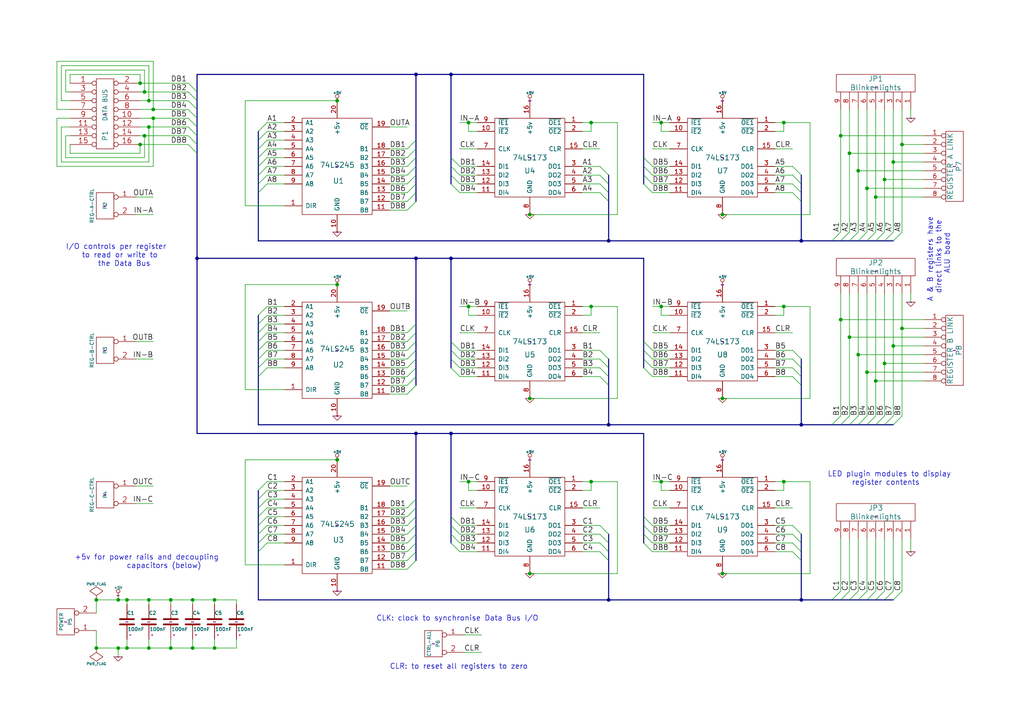
<source format=kicad_sch>
(kicad_sch (version 20211123) (generator eeschema)
  (paper "A4")
  (title_block (title "Hol-1 8-bit CPU - Registers A, B & C board") (date "18 jan 2020") (company "www.benningtons.net"))
  (junction (at 176.53 69.85))
  (junction (at 120.65 74.93))
  (junction (at 259.08 100.33))
  (junction (at 261.62 95.25))
  (junction (at 130.81 125.73))
  (junction (at 44.45 34.29))
  (junction (at 55.88 173.99))
  (junction (at 153.67 115.57))
  (junction (at 43.18 173.99))
  (junction (at 191.77 88.9))
  (junction (at 246.38 44.45))
  (junction (at 246.38 97.79))
  (junction (at 49.53 173.99))
  (junction (at 135.89 35.56))
  (junction (at 243.84 92.71))
  (junction (at 259.08 46.99))
  (junction (at 57.15 74.93))
  (junction (at 248.92 102.87))
  (junction (at 248.92 49.53))
  (junction (at 254 57.15))
  (junction (at 97.79 133.35))
  (junction (at 171.45 139.7))
  (junction (at 34.29 187.96))
  (junction (at 36.83 173.99))
  (junction (at 40.64 24.13))
  (junction (at 27.94 173.99))
  (junction (at 41.91 26.67))
  (junction (at 135.89 139.7))
  (junction (at 153.67 166.37))
  (junction (at 256.54 52.07))
  (junction (at 191.77 35.56))
  (junction (at 49.53 187.96))
  (junction (at 130.81 21.59))
  (junction (at 176.53 173.99))
  (junction (at 256.54 105.41))
  (junction (at 44.45 31.75))
  (junction (at 62.23 187.96))
  (junction (at 130.81 74.93))
  (junction (at 251.46 54.61))
  (junction (at 135.89 88.9))
  (junction (at 62.23 173.99))
  (junction (at 97.79 29.21))
  (junction (at 232.41 123.19))
  (junction (at 261.62 41.91))
  (junction (at 153.67 62.23))
  (junction (at 27.94 187.96))
  (junction (at 40.64 41.91))
  (junction (at 41.91 39.37))
  (junction (at 34.29 173.99))
  (junction (at 232.41 69.85))
  (junction (at 43.18 187.96))
  (junction (at 97.79 82.55))
  (junction (at 120.65 125.73))
  (junction (at 171.45 88.9))
  (junction (at 243.84 39.37))
  (junction (at 55.88 187.96))
  (junction (at 227.33 139.7))
  (junction (at 251.46 107.95))
  (junction (at 209.55 115.57))
  (junction (at 171.45 35.56))
  (junction (at 176.53 123.19))
  (junction (at 120.65 21.59))
  (junction (at 232.41 173.99))
  (junction (at 227.33 88.9))
  (junction (at 254 110.49))
  (junction (at 227.33 35.56))
  (junction (at 43.18 29.21))
  (junction (at 191.77 139.7))
  (junction (at 209.55 62.23))
  (junction (at 209.55 166.37))
  (junction (at 36.83 187.96))
  (junction (at 43.18 36.83))
  (bus_entry (at 74.93 147.32) (size 2.54 -2.54))
  (bus_entry (at 74.93 43.18) (size 2.54 -2.54))
  (bus_entry (at 259.08 69.85) (size 2.54 -2.54))
  (bus_entry (at 118.11 114.3) (size 2.54 -2.54))
  (bus_entry (at 186.69 101.6) (size 2.54 2.54))
  (bus_entry (at 74.93 55.88) (size 2.54 -2.54))
  (bus_entry (at 186.69 106.68) (size 2.54 2.54))
  (bus_entry (at 118.11 50.8) (size 2.54 -2.54))
  (bus_entry (at 229.87 154.94) (size 2.54 2.54))
  (bus_entry (at 173.99 53.34) (size 2.54 2.54))
  (bus_entry (at 186.69 99.06) (size 2.54 2.54))
  (bus_entry (at 186.69 104.14) (size 2.54 2.54))
  (bus_entry (at 118.11 55.88) (size 2.54 -2.54))
  (bus_entry (at 130.81 154.94) (size 2.54 2.54))
  (bus_entry (at 173.99 106.68) (size 2.54 2.54))
  (bus_entry (at 229.87 101.6) (size 2.54 2.54))
  (bus_entry (at 74.93 96.52) (size 2.54 -2.54))
  (bus_entry (at 229.87 50.8) (size 2.54 2.54))
  (bus_entry (at 186.69 45.72) (size 2.54 2.54))
  (bus_entry (at 118.11 96.52) (size 2.54 -2.54))
  (bus_entry (at 130.81 53.34) (size 2.54 2.54))
  (bus_entry (at 118.11 45.72) (size 2.54 -2.54))
  (bus_entry (at 118.11 149.86) (size 2.54 -2.54))
  (bus_entry (at 118.11 106.68) (size 2.54 -2.54))
  (bus_entry (at 118.11 48.26) (size 2.54 -2.54))
  (bus_entry (at 173.99 152.4) (size 2.54 2.54))
  (bus_entry (at 118.11 154.94) (size 2.54 -2.54))
  (bus_entry (at 74.93 104.14) (size 2.54 -2.54))
  (bus_entry (at 130.81 48.26) (size 2.54 2.54))
  (bus_entry (at 241.3 123.19) (size 2.54 -2.54))
  (bus_entry (at 229.87 53.34) (size 2.54 2.54))
  (bus_entry (at 186.69 157.48) (size 2.54 2.54))
  (bus_entry (at 241.3 69.85) (size 2.54 -2.54))
  (bus_entry (at 246.38 123.19) (size 2.54 -2.54))
  (bus_entry (at 251.46 173.99) (size 2.54 -2.54))
  (bus_entry (at 254 123.19) (size 2.54 -2.54))
  (bus_entry (at 186.69 149.86) (size 2.54 2.54))
  (bus_entry (at 130.81 149.86) (size 2.54 2.54))
  (bus_entry (at 259.08 123.19) (size 2.54 -2.54))
  (bus_entry (at 118.11 111.76) (size 2.54 -2.54))
  (bus_entry (at 74.93 48.26) (size 2.54 -2.54))
  (bus_entry (at 118.11 162.56) (size 2.54 -2.54))
  (bus_entry (at 118.11 147.32) (size 2.54 -2.54))
  (bus_entry (at 229.87 106.68) (size 2.54 2.54))
  (bus_entry (at 54.61 24.13) (size 2.54 2.54))
  (bus_entry (at 130.81 104.14) (size 2.54 2.54))
  (bus_entry (at 118.11 43.18) (size 2.54 -2.54))
  (bus_entry (at 229.87 48.26) (size 2.54 2.54))
  (bus_entry (at 256.54 123.19) (size 2.54 -2.54))
  (bus_entry (at 118.11 109.22) (size 2.54 -2.54))
  (bus_entry (at 251.46 69.85) (size 2.54 -2.54))
  (bus_entry (at 256.54 69.85) (size 2.54 -2.54))
  (bus_entry (at 173.99 101.6) (size 2.54 2.54))
  (bus_entry (at 74.93 40.64) (size 2.54 -2.54))
  (bus_entry (at 186.69 152.4) (size 2.54 2.54))
  (bus_entry (at 173.99 160.02) (size 2.54 2.54))
  (bus_entry (at 186.69 53.34) (size 2.54 2.54))
  (bus_entry (at 74.93 38.1) (size 2.54 -2.54))
  (bus_entry (at 241.3 173.99) (size 2.54 -2.54))
  (bus_entry (at 186.69 50.8) (size 2.54 2.54))
  (bus_entry (at 248.92 123.19) (size 2.54 -2.54))
  (bus_entry (at 118.11 53.34) (size 2.54 -2.54))
  (bus_entry (at 118.11 160.02) (size 2.54 -2.54))
  (bus_entry (at 54.61 36.83) (size 2.54 2.54))
  (bus_entry (at 186.69 154.94) (size 2.54 2.54))
  (bus_entry (at 130.81 50.8) (size 2.54 2.54))
  (bus_entry (at 229.87 104.14) (size 2.54 2.54))
  (bus_entry (at 259.08 173.99) (size 2.54 -2.54))
  (bus_entry (at 74.93 99.06) (size 2.54 -2.54))
  (bus_entry (at 130.81 99.06) (size 2.54 2.54))
  (bus_entry (at 256.54 173.99) (size 2.54 -2.54))
  (bus_entry (at 74.93 53.34) (size 2.54 -2.54))
  (bus_entry (at 229.87 55.88) (size 2.54 2.54))
  (bus_entry (at 118.11 101.6) (size 2.54 -2.54))
  (bus_entry (at 173.99 157.48) (size 2.54 2.54))
  (bus_entry (at 229.87 109.22) (size 2.54 2.54))
  (bus_entry (at 74.93 142.24) (size 2.54 -2.54))
  (bus_entry (at 173.99 55.88) (size 2.54 2.54))
  (bus_entry (at 130.81 101.6) (size 2.54 2.54))
  (bus_entry (at 248.92 69.85) (size 2.54 -2.54))
  (bus_entry (at 74.93 109.22) (size 2.54 -2.54))
  (bus_entry (at 186.69 48.26) (size 2.54 2.54))
  (bus_entry (at 243.84 173.99) (size 2.54 -2.54))
  (bus_entry (at 54.61 39.37) (size 2.54 2.54))
  (bus_entry (at 254 173.99) (size 2.54 -2.54))
  (bus_entry (at 74.93 50.8) (size 2.54 -2.54))
  (bus_entry (at 229.87 160.02) (size 2.54 2.54))
  (bus_entry (at 229.87 157.48) (size 2.54 2.54))
  (bus_entry (at 74.93 152.4) (size 2.54 -2.54))
  (bus_entry (at 173.99 50.8) (size 2.54 2.54))
  (bus_entry (at 130.81 106.68) (size 2.54 2.54))
  (bus_entry (at 54.61 34.29) (size 2.54 2.54))
  (bus_entry (at 118.11 165.1) (size 2.54 -2.54))
  (bus_entry (at 173.99 109.22) (size 2.54 2.54))
  (bus_entry (at 54.61 31.75) (size 2.54 2.54))
  (bus_entry (at 74.93 45.72) (size 2.54 -2.54))
  (bus_entry (at 246.38 173.99) (size 2.54 -2.54))
  (bus_entry (at 130.81 157.48) (size 2.54 2.54))
  (bus_entry (at 251.46 123.19) (size 2.54 -2.54))
  (bus_entry (at 74.93 93.98) (size 2.54 -2.54))
  (bus_entry (at 54.61 29.21) (size 2.54 2.54))
  (bus_entry (at 118.11 157.48) (size 2.54 -2.54))
  (bus_entry (at 74.93 160.02) (size 2.54 -2.54))
  (bus_entry (at 74.93 91.44) (size 2.54 -2.54))
  (bus_entry (at 243.84 69.85) (size 2.54 -2.54))
  (bus_entry (at 118.11 104.14) (size 2.54 -2.54))
  (bus_entry (at 118.11 60.96) (size 2.54 -2.54))
  (bus_entry (at 74.93 106.68) (size 2.54 -2.54))
  (bus_entry (at 118.11 152.4) (size 2.54 -2.54))
  (bus_entry (at 173.99 48.26) (size 2.54 2.54))
  (bus_entry (at 54.61 41.91) (size 2.54 2.54))
  (bus_entry (at 246.38 69.85) (size 2.54 -2.54))
  (bus_entry (at 173.99 154.94) (size 2.54 2.54))
  (bus_entry (at 74.93 154.94) (size 2.54 -2.54))
  (bus_entry (at 74.93 101.6) (size 2.54 -2.54))
  (bus_entry (at 173.99 104.14) (size 2.54 2.54))
  (bus_entry (at 74.93 149.86) (size 2.54 -2.54))
  (bus_entry (at 54.61 26.67) (size 2.54 2.54))
  (bus_entry (at 118.11 99.06) (size 2.54 -2.54))
  (bus_entry (at 130.81 45.72) (size 2.54 2.54))
  (bus_entry (at 243.84 123.19) (size 2.54 -2.54))
  (bus_entry (at 248.92 173.99) (size 2.54 -2.54))
  (bus_entry (at 74.93 144.78) (size 2.54 -2.54))
  (bus_entry (at 130.81 152.4) (size 2.54 2.54))
  (bus_entry (at 74.93 157.48) (size 2.54 -2.54))
  (bus_entry (at 118.11 58.42) (size 2.54 -2.54))
  (bus_entry (at 254 69.85) (size 2.54 -2.54))
  (bus_entry (at 229.87 152.4) (size 2.54 2.54))
  (wire (pts (xy 134.62 184.15) (xy 139.7 184.15)))
  (wire (pts (xy 194.31 147.32) (xy 189.23 147.32)))
  (bus (pts (xy 74.93 109.22) (xy 74.93 123.19)))
  (bus (pts (xy 74.93 69.85) (xy 176.53 69.85)))
  (wire (pts (xy 224.79 101.6) (xy 229.87 101.6)))
  (bus (pts (xy 232.41 162.56) (xy 232.41 173.99)))
  (wire (pts (xy 71.12 133.35) (xy 97.79 133.35)))
  (bus (pts (xy 120.65 149.86) (xy 120.65 152.4)))
  (wire (pts (xy 179.07 35.56) (xy 179.07 62.23)))
  (bus (pts (xy 241.3 69.85) (xy 243.84 69.85)))
  (wire (pts (xy 44.45 34.29) (xy 54.61 34.29)))
  (wire (pts (xy 138.43 147.32) (xy 133.35 147.32)))
  (wire (pts (xy 267.97 97.79) (xy 246.38 97.79)))
  (wire (pts (xy 43.18 173.99) (xy 49.53 173.99)))
  (wire (pts (xy 17.78 36.83) (xy 17.78 46.99)))
  (wire (pts (xy 224.79 88.9) (xy 227.33 88.9)))
  (wire (pts (xy 191.77 88.9) (xy 194.31 88.9)))
  (wire (pts (xy 71.12 113.03) (xy 71.12 82.55)))
  (wire (pts (xy 168.91 154.94) (xy 173.99 154.94)))
  (wire (pts (xy 34.29 187.96) (xy 34.29 190.5)))
  (wire (pts (xy 82.55 50.8) (xy 77.47 50.8)))
  (wire (pts (xy 82.55 104.14) (xy 77.47 104.14)))
  (bus (pts (xy 232.41 173.99) (xy 241.3 173.99)))
  (wire (pts (xy 259.08 100.33) (xy 259.08 120.65)))
  (bus (pts (xy 120.65 74.93) (xy 130.81 74.93)))
  (bus (pts (xy 74.93 147.32) (xy 74.93 149.86)))
  (bus (pts (xy 120.65 96.52) (xy 120.65 99.06)))
  (wire (pts (xy 39.37 62.23) (xy 44.45 62.23)))
  (wire (pts (xy 259.08 31.75) (xy 259.08 46.99)))
  (wire (pts (xy 20.32 29.21) (xy 17.78 29.21)))
  (wire (pts (xy 259.08 156.21) (xy 259.08 171.45)))
  (bus (pts (xy 243.84 123.19) (xy 246.38 123.19)))
  (wire (pts (xy 17.78 19.05) (xy 43.18 19.05)))
  (bus (pts (xy 186.69 74.93) (xy 186.69 99.06)))
  (bus (pts (xy 120.65 154.94) (xy 120.65 157.48)))
  (bus (pts (xy 120.65 43.18) (xy 120.65 45.72)))
  (wire (pts (xy 179.07 88.9) (xy 179.07 115.57)))
  (wire (pts (xy 251.46 54.61) (xy 251.46 67.31)))
  (bus (pts (xy 254 123.19) (xy 256.54 123.19)))
  (wire (pts (xy 267.97 49.53) (xy 248.92 49.53)))
  (wire (pts (xy 113.03 106.68) (xy 118.11 106.68)))
  (wire (pts (xy 224.79 38.1) (xy 227.33 38.1)))
  (bus (pts (xy 232.41 123.19) (xy 241.3 123.19)))
  (wire (pts (xy 82.55 106.68) (xy 77.47 106.68)))
  (wire (pts (xy 267.97 102.87) (xy 248.92 102.87)))
  (bus (pts (xy 120.65 53.34) (xy 120.65 55.88)))
  (wire (pts (xy 16.51 17.78) (xy 44.45 17.78)))
  (bus (pts (xy 57.15 74.93) (xy 57.15 125.73)))
  (wire (pts (xy 254 110.49) (xy 254 120.65)))
  (bus (pts (xy 120.65 125.73) (xy 120.65 144.78)))
  (wire (pts (xy 194.31 101.6) (xy 189.23 101.6)))
  (wire (pts (xy 113.03 152.4) (xy 118.11 152.4)))
  (wire (pts (xy 113.03 104.14) (xy 118.11 104.14)))
  (bus (pts (xy 74.93 91.44) (xy 74.93 93.98)))
  (bus (pts (xy 232.41 154.94) (xy 232.41 157.48)))
  (wire (pts (xy 138.43 160.02) (xy 133.35 160.02)))
  (bus (pts (xy 232.41 157.48) (xy 232.41 160.02)))
  (bus (pts (xy 176.53 50.8) (xy 176.53 53.34)))
  (wire (pts (xy 227.33 91.44) (xy 227.33 88.9)))
  (wire (pts (xy 194.31 152.4) (xy 189.23 152.4)))
  (bus (pts (xy 232.41 160.02) (xy 232.41 162.56)))
  (bus (pts (xy 251.46 173.99) (xy 254 173.99)))
  (wire (pts (xy 267.97 95.25) (xy 261.62 95.25)))
  (wire (pts (xy 138.43 96.52) (xy 133.35 96.52)))
  (bus (pts (xy 246.38 173.99) (xy 248.92 173.99)))
  (wire (pts (xy 227.33 88.9) (xy 234.95 88.9)))
  (wire (pts (xy 191.77 91.44) (xy 191.77 88.9)))
  (wire (pts (xy 82.55 93.98) (xy 77.47 93.98)))
  (wire (pts (xy 113.03 53.34) (xy 118.11 53.34)))
  (wire (pts (xy 82.55 154.94) (xy 77.47 154.94)))
  (wire (pts (xy 168.91 139.7) (xy 171.45 139.7)))
  (wire (pts (xy 224.79 104.14) (xy 229.87 104.14)))
  (bus (pts (xy 186.69 101.6) (xy 186.69 104.14)))
  (wire (pts (xy 224.79 152.4) (xy 229.87 152.4)))
  (wire (pts (xy 267.97 46.99) (xy 259.08 46.99)))
  (wire (pts (xy 39.37 104.14) (xy 44.45 104.14)))
  (wire (pts (xy 43.18 187.96) (xy 43.18 185.42)))
  (bus (pts (xy 186.69 152.4) (xy 186.69 154.94)))
  (wire (pts (xy 113.03 101.6) (xy 118.11 101.6)))
  (bus (pts (xy 176.53 55.88) (xy 176.53 58.42)))
  (wire (pts (xy 40.64 34.29) (xy 44.45 34.29)))
  (wire (pts (xy 194.31 106.68) (xy 189.23 106.68)))
  (bus (pts (xy 74.93 93.98) (xy 74.93 96.52)))
  (bus (pts (xy 176.53 160.02) (xy 176.53 162.56)))
  (wire (pts (xy 191.77 35.56) (xy 194.31 35.56)))
  (wire (pts (xy 256.54 85.09) (xy 256.54 105.41)))
  (wire (pts (xy 20.32 26.67) (xy 19.05 26.67)))
  (wire (pts (xy 82.55 91.44) (xy 77.47 91.44)))
  (bus (pts (xy 130.81 154.94) (xy 130.81 157.48)))
  (bus (pts (xy 74.93 40.64) (xy 74.93 43.18)))
  (bus (pts (xy 120.65 48.26) (xy 120.65 50.8)))
  (bus (pts (xy 57.15 21.59) (xy 120.65 21.59)))
  (wire (pts (xy 71.12 82.55) (xy 97.79 82.55)))
  (bus (pts (xy 176.53 162.56) (xy 176.53 173.99)))
  (wire (pts (xy 189.23 139.7) (xy 191.77 139.7)))
  (wire (pts (xy 62.23 187.96) (xy 68.58 187.96)))
  (wire (pts (xy 246.38 156.21) (xy 246.38 171.45)))
  (bus (pts (xy 232.41 58.42) (xy 232.41 69.85)))
  (bus (pts (xy 74.93 43.18) (xy 74.93 45.72)))
  (bus (pts (xy 120.65 160.02) (xy 120.65 162.56)))
  (wire (pts (xy 168.91 50.8) (xy 173.99 50.8)))
  (wire (pts (xy 82.55 99.06) (xy 77.47 99.06)))
  (wire (pts (xy 82.55 45.72) (xy 77.47 45.72)))
  (wire (pts (xy 133.35 139.7) (xy 135.89 139.7)))
  (wire (pts (xy 168.91 160.02) (xy 173.99 160.02)))
  (wire (pts (xy 224.79 91.44) (xy 227.33 91.44)))
  (wire (pts (xy 55.88 187.96) (xy 62.23 187.96)))
  (wire (pts (xy 40.64 24.13) (xy 54.61 24.13)))
  (wire (pts (xy 261.62 85.09) (xy 261.62 95.25)))
  (wire (pts (xy 43.18 175.26) (xy 43.18 173.99)))
  (bus (pts (xy 243.84 173.99) (xy 246.38 173.99)))
  (wire (pts (xy 40.64 29.21) (xy 43.18 29.21)))
  (wire (pts (xy 224.79 55.88) (xy 229.87 55.88)))
  (bus (pts (xy 186.69 48.26) (xy 186.69 50.8)))
  (wire (pts (xy 179.07 166.37) (xy 153.67 166.37)))
  (wire (pts (xy 82.55 144.78) (xy 77.47 144.78)))
  (bus (pts (xy 186.69 125.73) (xy 186.69 149.86)))
  (wire (pts (xy 27.94 173.99) (xy 34.29 173.99)))
  (bus (pts (xy 186.69 21.59) (xy 186.69 45.72)))
  (wire (pts (xy 168.91 55.88) (xy 173.99 55.88)))
  (wire (pts (xy 138.43 53.34) (xy 133.35 53.34)))
  (bus (pts (xy 120.65 144.78) (xy 120.65 147.32)))
  (bus (pts (xy 130.81 101.6) (xy 130.81 104.14)))
  (wire (pts (xy 138.43 157.48) (xy 133.35 157.48)))
  (wire (pts (xy 134.62 189.23) (xy 139.7 189.23)))
  (bus (pts (xy 120.65 109.22) (xy 120.65 111.76)))
  (wire (pts (xy 224.79 109.22) (xy 229.87 109.22)))
  (wire (pts (xy 113.03 58.42) (xy 118.11 58.42)))
  (wire (pts (xy 44.45 48.26) (xy 44.45 34.29)))
  (wire (pts (xy 82.55 53.34) (xy 77.47 53.34)))
  (wire (pts (xy 113.03 140.97) (xy 118.11 140.97)))
  (wire (pts (xy 43.18 187.96) (xy 49.53 187.96)))
  (bus (pts (xy 74.93 48.26) (xy 74.93 50.8)))
  (bus (pts (xy 120.65 104.14) (xy 120.65 106.68)))
  (wire (pts (xy 55.88 187.96) (xy 55.88 185.42)))
  (wire (pts (xy 194.31 38.1) (xy 191.77 38.1)))
  (wire (pts (xy 44.45 17.78) (xy 44.45 31.75)))
  (bus (pts (xy 74.93 45.72) (xy 74.93 48.26)))
  (wire (pts (xy 246.38 97.79) (xy 246.38 120.65)))
  (wire (pts (xy 168.91 43.18) (xy 173.99 43.18)))
  (bus (pts (xy 74.93 142.24) (xy 74.93 144.78)))
  (wire (pts (xy 135.89 139.7) (xy 138.43 139.7)))
  (wire (pts (xy 113.03 96.52) (xy 118.11 96.52)))
  (wire (pts (xy 133.35 35.56) (xy 135.89 35.56)))
  (wire (pts (xy 17.78 46.99) (xy 43.18 46.99)))
  (bus (pts (xy 74.93 50.8) (xy 74.93 53.34)))
  (wire (pts (xy 49.53 173.99) (xy 55.88 173.99)))
  (wire (pts (xy 113.03 36.83) (xy 118.11 36.83)))
  (wire (pts (xy 49.53 187.96) (xy 49.53 185.42)))
  (wire (pts (xy 40.64 44.45) (xy 40.64 41.91)))
  (wire (pts (xy 264.16 156.21) (xy 264.16 160.02)))
  (wire (pts (xy 227.33 142.24) (xy 227.33 139.7)))
  (wire (pts (xy 251.46 156.21) (xy 251.46 171.45)))
  (wire (pts (xy 168.91 38.1) (xy 171.45 38.1)))
  (bus (pts (xy 232.41 69.85) (xy 241.3 69.85)))
  (wire (pts (xy 267.97 39.37) (xy 243.84 39.37)))
  (wire (pts (xy 243.84 39.37) (xy 243.84 67.31)))
  (wire (pts (xy 27.94 177.8) (xy 27.94 173.99)))
  (bus (pts (xy 130.81 45.72) (xy 130.81 48.26)))
  (bus (pts (xy 57.15 26.67) (xy 57.15 29.21)))
  (wire (pts (xy 264.16 31.75) (xy 264.16 34.29)))
  (wire (pts (xy 261.62 156.21) (xy 261.62 171.45)))
  (wire (pts (xy 43.18 29.21) (xy 54.61 29.21)))
  (bus (pts (xy 120.65 101.6) (xy 120.65 104.14)))
  (wire (pts (xy 39.37 57.15) (xy 44.45 57.15)))
  (wire (pts (xy 138.43 48.26) (xy 133.35 48.26)))
  (bus (pts (xy 74.93 154.94) (xy 74.93 157.48)))
  (wire (pts (xy 113.03 157.48) (xy 118.11 157.48)))
  (wire (pts (xy 43.18 46.99) (xy 43.18 36.83)))
  (wire (pts (xy 40.64 31.75) (xy 44.45 31.75)))
  (bus (pts (xy 176.53 109.22) (xy 176.53 111.76)))
  (bus (pts (xy 120.65 147.32) (xy 120.65 149.86)))
  (wire (pts (xy 113.03 154.94) (xy 118.11 154.94)))
  (wire (pts (xy 243.84 31.75) (xy 243.84 39.37)))
  (bus (pts (xy 243.84 69.85) (xy 246.38 69.85)))
  (wire (pts (xy 135.89 91.44) (xy 135.89 88.9)))
  (wire (pts (xy 224.79 48.26) (xy 229.87 48.26)))
  (bus (pts (xy 57.15 29.21) (xy 57.15 31.75)))
  (wire (pts (xy 138.43 43.18) (xy 133.35 43.18)))
  (bus (pts (xy 248.92 123.19) (xy 251.46 123.19)))
  (wire (pts (xy 138.43 50.8) (xy 133.35 50.8)))
  (wire (pts (xy 234.95 88.9) (xy 234.95 115.57)))
  (wire (pts (xy 138.43 104.14) (xy 133.35 104.14)))
  (wire (pts (xy 39.37 140.97) (xy 44.45 140.97)))
  (wire (pts (xy 267.97 100.33) (xy 259.08 100.33)))
  (bus (pts (xy 120.65 106.68) (xy 120.65 109.22)))
  (wire (pts (xy 234.95 62.23) (xy 209.55 62.23)))
  (wire (pts (xy 248.92 156.21) (xy 248.92 171.45)))
  (wire (pts (xy 259.08 46.99) (xy 259.08 67.31)))
  (wire (pts (xy 267.97 41.91) (xy 261.62 41.91)))
  (wire (pts (xy 224.79 96.52) (xy 229.87 96.52)))
  (bus (pts (xy 130.81 149.86) (xy 130.81 152.4)))
  (bus (pts (xy 176.53 154.94) (xy 176.53 157.48)))
  (wire (pts (xy 194.31 154.94) (xy 189.23 154.94)))
  (bus (pts (xy 74.93 99.06) (xy 74.93 101.6)))
  (wire (pts (xy 113.03 162.56) (xy 118.11 162.56)))
  (wire (pts (xy 82.55 149.86) (xy 77.47 149.86)))
  (wire (pts (xy 168.91 142.24) (xy 171.45 142.24)))
  (wire (pts (xy 40.64 41.91) (xy 54.61 41.91)))
  (bus (pts (xy 74.93 38.1) (xy 74.93 40.64)))
  (wire (pts (xy 168.91 106.68) (xy 173.99 106.68)))
  (wire (pts (xy 113.03 90.17) (xy 118.11 90.17)))
  (wire (pts (xy 168.91 96.52) (xy 173.99 96.52)))
  (bus (pts (xy 251.46 123.19) (xy 254 123.19)))
  (wire (pts (xy 17.78 29.21) (xy 17.78 19.05)))
  (wire (pts (xy 234.95 166.37) (xy 209.55 166.37)))
  (wire (pts (xy 62.23 173.99) (xy 68.58 173.99)))
  (wire (pts (xy 34.29 172.72) (xy 34.29 173.99)))
  (wire (pts (xy 36.83 175.26) (xy 36.83 173.99)))
  (wire (pts (xy 20.32 36.83) (xy 17.78 36.83)))
  (bus (pts (xy 256.54 173.99) (xy 259.08 173.99)))
  (wire (pts (xy 224.79 43.18) (xy 229.87 43.18)))
  (wire (pts (xy 194.31 160.02) (xy 189.23 160.02)))
  (bus (pts (xy 176.53 106.68) (xy 176.53 109.22)))
  (bus (pts (xy 232.41 53.34) (xy 232.41 55.88)))
  (wire (pts (xy 40.64 26.67) (xy 41.91 26.67)))
  (bus (pts (xy 232.41 109.22) (xy 232.41 111.76)))
  (bus (pts (xy 120.65 21.59) (xy 130.81 21.59)))
  (wire (pts (xy 251.46 85.09) (xy 251.46 107.95)))
  (wire (pts (xy 267.97 52.07) (xy 256.54 52.07)))
  (bus (pts (xy 130.81 125.73) (xy 130.81 149.86)))
  (bus (pts (xy 120.65 21.59) (xy 120.65 40.64)))
  (wire (pts (xy 82.55 139.7) (xy 77.47 139.7)))
  (bus (pts (xy 186.69 45.72) (xy 186.69 48.26)))
  (bus (pts (xy 57.15 41.91) (xy 57.15 44.45)))
  (bus (pts (xy 232.41 50.8) (xy 232.41 53.34)))
  (wire (pts (xy 224.79 157.48) (xy 229.87 157.48)))
  (wire (pts (xy 71.12 163.83) (xy 71.12 133.35)))
  (wire (pts (xy 82.55 59.69) (xy 71.12 59.69)))
  (wire (pts (xy 138.43 142.24) (xy 135.89 142.24)))
  (bus (pts (xy 120.65 55.88) (xy 120.65 58.42)))
  (wire (pts (xy 113.03 111.76) (xy 118.11 111.76)))
  (wire (pts (xy 82.55 38.1) (xy 77.47 38.1)))
  (wire (pts (xy 19.05 26.67) (xy 19.05 20.32)))
  (wire (pts (xy 36.83 187.96) (xy 43.18 187.96)))
  (wire (pts (xy 251.46 31.75) (xy 251.46 54.61)))
  (wire (pts (xy 168.91 109.22) (xy 173.99 109.22)))
  (bus (pts (xy 248.92 173.99) (xy 251.46 173.99)))
  (wire (pts (xy 194.31 109.22) (xy 189.23 109.22)))
  (wire (pts (xy 256.54 105.41) (xy 256.54 120.65)))
  (wire (pts (xy 135.89 88.9) (xy 138.43 88.9)))
  (wire (pts (xy 168.91 91.44) (xy 171.45 91.44)))
  (wire (pts (xy 138.43 109.22) (xy 133.35 109.22)))
  (wire (pts (xy 20.32 31.75) (xy 16.51 31.75)))
  (wire (pts (xy 16.51 31.75) (xy 16.51 17.78)))
  (bus (pts (xy 176.53 173.99) (xy 232.41 173.99)))
  (wire (pts (xy 256.54 52.07) (xy 256.54 67.31)))
  (wire (pts (xy 179.07 139.7) (xy 179.07 166.37)))
  (wire (pts (xy 113.03 114.3) (xy 118.11 114.3)))
  (wire (pts (xy 227.33 38.1) (xy 227.33 35.56)))
  (bus (pts (xy 176.53 58.42) (xy 176.53 69.85)))
  (wire (pts (xy 267.97 110.49) (xy 254 110.49)))
  (wire (pts (xy 189.23 88.9) (xy 191.77 88.9)))
  (wire (pts (xy 71.12 59.69) (xy 71.12 29.21)))
  (wire (pts (xy 224.79 106.68) (xy 229.87 106.68)))
  (bus (pts (xy 130.81 99.06) (xy 130.81 101.6)))
  (bus (pts (xy 74.93 106.68) (xy 74.93 109.22)))
  (bus (pts (xy 254 69.85) (xy 256.54 69.85)))
  (bus (pts (xy 120.65 74.93) (xy 120.65 93.98)))
  (wire (pts (xy 20.32 44.45) (xy 40.64 44.45)))
  (bus (pts (xy 74.93 144.78) (xy 74.93 147.32)))
  (wire (pts (xy 39.37 99.06) (xy 44.45 99.06)))
  (wire (pts (xy 254 156.21) (xy 254 171.45)))
  (wire (pts (xy 43.18 19.05) (xy 43.18 29.21)))
  (bus (pts (xy 120.65 45.72) (xy 120.65 48.26)))
  (bus (pts (xy 74.93 152.4) (xy 74.93 154.94)))
  (bus (pts (xy 186.69 104.14) (xy 186.69 106.68)))
  (wire (pts (xy 267.97 105.41) (xy 256.54 105.41)))
  (wire (pts (xy 113.03 149.86) (xy 118.11 149.86)))
  (wire (pts (xy 246.38 85.09) (xy 246.38 97.79)))
  (bus (pts (xy 241.3 173.99) (xy 243.84 173.99)))
  (wire (pts (xy 41.91 20.32) (xy 41.91 26.67)))
  (bus (pts (xy 130.81 50.8) (xy 130.81 53.34)))
  (wire (pts (xy 20.32 41.91) (xy 20.32 44.45)))
  (wire (pts (xy 135.89 38.1) (xy 135.89 35.56)))
  (bus (pts (xy 57.15 125.73) (xy 120.65 125.73)))
  (wire (pts (xy 248.92 102.87) (xy 248.92 120.65)))
  (bus (pts (xy 246.38 69.85) (xy 248.92 69.85)))
  (bus (pts (xy 241.3 123.19) (xy 243.84 123.19)))
  (wire (pts (xy 256.54 156.21) (xy 256.54 171.45)))
  (wire (pts (xy 251.46 107.95) (xy 251.46 120.65)))
  (bus (pts (xy 74.93 96.52) (xy 74.93 99.06)))
  (wire (pts (xy 194.31 48.26) (xy 189.23 48.26)))
  (wire (pts (xy 113.03 55.88) (xy 118.11 55.88)))
  (wire (pts (xy 267.97 92.71) (xy 243.84 92.71)))
  (wire (pts (xy 82.55 101.6) (xy 77.47 101.6)))
  (wire (pts (xy 138.43 154.94) (xy 133.35 154.94)))
  (wire (pts (xy 82.55 152.4) (xy 77.47 152.4)))
  (wire (pts (xy 34.29 187.96) (xy 36.83 187.96)))
  (wire (pts (xy 179.07 62.23) (xy 153.67 62.23)))
  (wire (pts (xy 113.03 160.02) (xy 118.11 160.02)))
  (wire (pts (xy 113.03 50.8) (xy 118.11 50.8)))
  (bus (pts (xy 74.93 123.19) (xy 176.53 123.19)))
  (wire (pts (xy 138.43 106.68) (xy 133.35 106.68)))
  (wire (pts (xy 19.05 45.72) (xy 41.91 45.72)))
  (wire (pts (xy 261.62 95.25) (xy 261.62 120.65)))
  (bus (pts (xy 74.93 173.99) (xy 176.53 173.99)))
  (wire (pts (xy 39.37 146.05) (xy 44.45 146.05)))
  (wire (pts (xy 138.43 38.1) (xy 135.89 38.1)))
  (bus (pts (xy 232.41 104.14) (xy 232.41 106.68)))
  (bus (pts (xy 57.15 44.45) (xy 57.15 74.93)))
  (bus (pts (xy 186.69 149.86) (xy 186.69 152.4)))
  (wire (pts (xy 234.95 115.57) (xy 209.55 115.57)))
  (wire (pts (xy 227.33 139.7) (xy 234.95 139.7)))
  (wire (pts (xy 168.91 48.26) (xy 173.99 48.26)))
  (wire (pts (xy 168.91 147.32) (xy 173.99 147.32)))
  (wire (pts (xy 194.31 91.44) (xy 191.77 91.44)))
  (wire (pts (xy 40.64 36.83) (xy 43.18 36.83)))
  (bus (pts (xy 176.53 53.34) (xy 176.53 55.88)))
  (wire (pts (xy 55.88 173.99) (xy 62.23 173.99)))
  (wire (pts (xy 113.03 165.1) (xy 118.11 165.1)))
  (wire (pts (xy 49.53 187.96) (xy 55.88 187.96)))
  (wire (pts (xy 171.45 35.56) (xy 179.07 35.56)))
  (wire (pts (xy 82.55 157.48) (xy 77.47 157.48)))
  (wire (pts (xy 168.91 104.14) (xy 173.99 104.14)))
  (bus (pts (xy 57.15 34.29) (xy 57.15 36.83)))
  (bus (pts (xy 120.65 93.98) (xy 120.65 96.52)))
  (wire (pts (xy 254 57.15) (xy 254 67.31)))
  (bus (pts (xy 57.15 74.93) (xy 120.65 74.93)))
  (wire (pts (xy 171.45 88.9) (xy 179.07 88.9)))
  (wire (pts (xy 259.08 85.09) (xy 259.08 100.33)))
  (bus (pts (xy 130.81 21.59) (xy 186.69 21.59)))
  (wire (pts (xy 82.55 113.03) (xy 71.12 113.03)))
  (wire (pts (xy 168.91 35.56) (xy 171.45 35.56)))
  (wire (pts (xy 19.05 39.37) (xy 19.05 45.72)))
  (wire (pts (xy 113.03 99.06) (xy 118.11 99.06)))
  (wire (pts (xy 41.91 26.67) (xy 54.61 26.67)))
  (wire (pts (xy 267.97 44.45) (xy 246.38 44.45)))
  (wire (pts (xy 194.31 43.18) (xy 189.23 43.18)))
  (wire (pts (xy 41.91 45.72) (xy 41.91 39.37)))
  (wire (pts (xy 224.79 139.7) (xy 227.33 139.7)))
  (wire (pts (xy 227.33 35.56) (xy 234.95 35.56)))
  (bus (pts (xy 186.69 50.8) (xy 186.69 53.34)))
  (wire (pts (xy 43.18 36.83) (xy 54.61 36.83)))
  (bus (pts (xy 232.41 106.68) (xy 232.41 109.22)))
  (wire (pts (xy 267.97 54.61) (xy 251.46 54.61)))
  (wire (pts (xy 256.54 31.75) (xy 256.54 52.07)))
  (bus (pts (xy 57.15 39.37) (xy 57.15 41.91)))
  (wire (pts (xy 254 85.09) (xy 254 110.49)))
  (wire (pts (xy 113.03 147.32) (xy 118.11 147.32)))
  (wire (pts (xy 224.79 142.24) (xy 227.33 142.24)))
  (bus (pts (xy 130.81 152.4) (xy 130.81 154.94)))
  (wire (pts (xy 113.03 43.18) (xy 118.11 43.18)))
  (bus (pts (xy 74.93 104.14) (xy 74.93 106.68)))
  (wire (pts (xy 16.51 48.26) (xy 44.45 48.26)))
  (wire (pts (xy 171.45 91.44) (xy 171.45 88.9)))
  (wire (pts (xy 243.84 85.09) (xy 243.84 92.71)))
  (wire (pts (xy 171.45 38.1) (xy 171.45 35.56)))
  (wire (pts (xy 171.45 142.24) (xy 171.45 139.7)))
  (wire (pts (xy 191.77 38.1) (xy 191.77 35.56)))
  (wire (pts (xy 168.91 152.4) (xy 173.99 152.4)))
  (wire (pts (xy 20.32 24.13) (xy 20.32 21.59)))
  (bus (pts (xy 176.53 123.19) (xy 232.41 123.19)))
  (bus (pts (xy 256.54 69.85) (xy 259.08 69.85)))
  (wire (pts (xy 138.43 55.88) (xy 133.35 55.88)))
  (wire (pts (xy 113.03 45.72) (xy 118.11 45.72)))
  (bus (pts (xy 74.93 55.88) (xy 74.93 69.85)))
  (wire (pts (xy 20.32 21.59) (xy 40.64 21.59)))
  (wire (pts (xy 194.31 50.8) (xy 189.23 50.8)))
  (bus (pts (xy 186.69 154.94) (xy 186.69 157.48)))
  (wire (pts (xy 234.95 35.56) (xy 234.95 62.23)))
  (wire (pts (xy 246.38 44.45) (xy 246.38 67.31)))
  (bus (pts (xy 248.92 69.85) (xy 251.46 69.85)))
  (bus (pts (xy 251.46 69.85) (xy 254 69.85)))
  (bus (pts (xy 232.41 111.76) (xy 232.41 123.19)))
  (wire (pts (xy 224.79 50.8) (xy 229.87 50.8)))
  (wire (pts (xy 68.58 173.99) (xy 68.58 175.26)))
  (bus (pts (xy 74.93 101.6) (xy 74.93 104.14)))
  (wire (pts (xy 224.79 53.34) (xy 229.87 53.34)))
  (wire (pts (xy 82.55 147.32) (xy 77.47 147.32)))
  (bus (pts (xy 120.65 50.8) (xy 120.65 53.34)))
  (bus (pts (xy 74.93 53.34) (xy 74.93 55.88)))
  (bus (pts (xy 256.54 123.19) (xy 259.08 123.19)))
  (wire (pts (xy 248.92 85.09) (xy 248.92 102.87)))
  (wire (pts (xy 168.91 88.9) (xy 171.45 88.9)))
  (wire (pts (xy 82.55 142.24) (xy 77.47 142.24)))
  (wire (pts (xy 135.89 142.24) (xy 135.89 139.7)))
  (wire (pts (xy 234.95 139.7) (xy 234.95 166.37)))
  (bus (pts (xy 176.53 104.14) (xy 176.53 106.68)))
  (wire (pts (xy 41.91 39.37) (xy 54.61 39.37)))
  (wire (pts (xy 191.77 139.7) (xy 194.31 139.7)))
  (wire (pts (xy 135.89 35.56) (xy 138.43 35.56)))
  (wire (pts (xy 82.55 43.18) (xy 77.47 43.18)))
  (wire (pts (xy 246.38 31.75) (xy 246.38 44.45)))
  (bus (pts (xy 186.69 99.06) (xy 186.69 101.6)))
  (wire (pts (xy 34.29 173.99) (xy 36.83 173.99)))
  (bus (pts (xy 120.65 40.64) (xy 120.65 43.18)))
  (bus (pts (xy 57.15 36.83) (xy 57.15 39.37)))
  (wire (pts (xy 55.88 175.26) (xy 55.88 173.99)))
  (wire (pts (xy 40.64 39.37) (xy 41.91 39.37)))
  (wire (pts (xy 40.64 21.59) (xy 40.64 24.13)))
  (wire (pts (xy 138.43 152.4) (xy 133.35 152.4)))
  (bus (pts (xy 176.53 69.85) (xy 232.41 69.85)))
  (wire (pts (xy 82.55 48.26) (xy 77.47 48.26)))
  (bus (pts (xy 120.65 152.4) (xy 120.65 154.94)))
  (wire (pts (xy 20.32 34.29) (xy 16.51 34.29)))
  (bus (pts (xy 130.81 74.93) (xy 130.81 99.06)))
  (wire (pts (xy 194.31 104.14) (xy 189.23 104.14)))
  (wire (pts (xy 261.62 31.75) (xy 261.62 41.91)))
  (bus (pts (xy 246.38 123.19) (xy 248.92 123.19)))
  (bus (pts (xy 120.65 99.06) (xy 120.65 101.6)))
  (bus (pts (xy 130.81 21.59) (xy 130.81 45.72)))
  (wire (pts (xy 264.16 85.09) (xy 264.16 87.63)))
  (wire (pts (xy 82.55 163.83) (xy 71.12 163.83)))
  (bus (pts (xy 176.53 157.48) (xy 176.53 160.02)))
  (wire (pts (xy 224.79 154.94) (xy 229.87 154.94)))
  (wire (pts (xy 254 31.75) (xy 254 57.15)))
  (wire (pts (xy 194.31 96.52) (xy 189.23 96.52)))
  (wire (pts (xy 113.03 48.26) (xy 118.11 48.26)))
  (bus (pts (xy 74.93 157.48) (xy 74.93 160.02)))
  (wire (pts (xy 82.55 88.9) (xy 77.47 88.9)))
  (bus (pts (xy 57.15 31.75) (xy 57.15 34.29)))
  (wire (pts (xy 20.32 39.37) (xy 19.05 39.37)))
  (wire (pts (xy 243.84 156.21) (xy 243.84 171.45)))
  (wire (pts (xy 19.05 20.32) (xy 41.91 20.32)))
  (wire (pts (xy 261.62 41.91) (xy 261.62 67.31)))
  (wire (pts (xy 82.55 35.56) (xy 77.47 35.56)))
  (wire (pts (xy 248.92 31.75) (xy 248.92 49.53)))
  (wire (pts (xy 168.91 157.48) (xy 173.99 157.48)))
  (bus (pts (xy 176.53 111.76) (xy 176.53 123.19)))
  (bus (pts (xy 254 173.99) (xy 256.54 173.99)))
  (wire (pts (xy 194.31 142.24) (xy 191.77 142.24)))
  (wire (pts (xy 82.55 96.52) (xy 77.47 96.52)))
  (wire (pts (xy 267.97 107.95) (xy 251.46 107.95)))
  (wire (pts (xy 49.53 175.26) (xy 49.53 173.99)))
  (bus (pts (xy 130.81 48.26) (xy 130.81 50.8)))
  (wire (pts (xy 36.83 173.99) (xy 43.18 173.99)))
  (wire (pts (xy 191.77 142.24) (xy 191.77 139.7)))
  (bus (pts (xy 120.65 125.73) (xy 130.81 125.73)))
  (wire (pts (xy 224.79 160.02) (xy 229.87 160.02)))
  (wire (pts (xy 267.97 57.15) (xy 254 57.15)))
  (wire (pts (xy 243.84 92.71) (xy 243.84 120.65)))
  (bus (pts (xy 74.93 160.02) (xy 74.93 173.99)))
  (bus (pts (xy 130.81 74.93) (xy 186.69 74.93)))
  (wire (pts (xy 36.83 187.96) (xy 36.83 185.42)))
  (bus (pts (xy 74.93 149.86) (xy 74.93 152.4)))
  (wire (pts (xy 133.35 88.9) (xy 135.89 88.9)))
  (wire (pts (xy 71.12 29.21) (xy 97.79 29.21)))
  (bus (pts (xy 232.41 55.88) (xy 232.41 58.42)))
  (bus (pts (xy 130.81 125.73) (xy 186.69 125.73)))
  (bus (pts (xy 57.15 21.59) (xy 57.15 26.67)))
  (wire (pts (xy 194.31 53.34) (xy 189.23 53.34)))
  (wire (pts (xy 171.45 139.7) (xy 179.07 139.7)))
  (wire (pts (xy 62.23 187.96) (xy 62.23 185.42)))
  (wire (pts (xy 113.03 60.96) (xy 118.11 60.96)))
  (wire (pts (xy 224.79 147.32) (xy 229.87 147.32)))
  (wire (pts (xy 16.51 34.29) (xy 16.51 48.26)))
  (wire (pts (xy 138.43 101.6) (xy 133.35 101.6)))
  (wire (pts (xy 82.55 40.64) (xy 77.47 40.64)))
  (bus (pts (xy 130.81 104.14) (xy 130.81 106.68)))
  (wire (pts (xy 44.45 31.75) (xy 54.61 31.75)))
  (wire (pts (xy 113.03 109.22) (xy 118.11 109.22)))
  (wire (pts (xy 194.31 55.88) (xy 189.23 55.88)))
  (wire (pts (xy 68.58 187.96) (xy 68.58 185.42)))
  (wire (pts (xy 62.23 175.26) (xy 62.23 173.99)))
  (wire (pts (xy 179.07 115.57) (xy 153.67 115.57)))
  (wire (pts (xy 248.92 49.53) (xy 248.92 67.31)))
  (wire (pts (xy 168.91 53.34) (xy 173.99 53.34)))
  (wire (pts (xy 168.91 101.6) (xy 173.99 101.6)))
  (wire (pts (xy 138.43 91.44) (xy 135.89 91.44)))
  (wire (pts (xy 189.23 35.56) (xy 191.77 35.56)))
  (wire (pts (xy 224.79 35.56) (xy 227.33 35.56)))
  (wire (pts (xy 27.94 187.96) (xy 34.29 187.96)))
  (bus (pts (xy 120.65 157.48) (xy 120.65 160.02)))
  (wire (pts (xy 27.94 182.88) (xy 27.94 187.96)))
  (wire (pts (xy 194.31 157.48) (xy 189.23 157.48)))
  (text "CLR: to reset all registers to zero" (at 113.03 194.31 0) (effects (font (size 1.524 1.524)) (justify left bottom)))
  (text "A & B registers have\n  direct links to the\n       ALU board" (at 275.59 87.63 90) (effects (font (size 1.524 1.524)) (justify left bottom)))
  (text "CLK: clock to synchronise Data Bus I/O" (at 156.21 180.34 180) (effects (font (size 1.524 1.524)) (justify right bottom)))
  (text "+5v for power rails and decoupling\n             capacitors (below)" (at 21.59 165.1 0) (effects (font (size 1.524 1.524)) (justify left bottom)))
  (text "LED plugin modules to display\n      register contents" (at 240.03 140.97 0) (effects (font (size 1.524 1.524)) (justify left bottom)))
  (text "I/O controls per register\n    to read or write to\n        the Data Bus" (at 19.05 77.47 0) (effects (font (size 1.524 1.524)) (justify left bottom)))
  (label "OUTB" (at 44.45 99.06 180) (effects (font (size 1.524 1.524))))
  (label "C7" (at 259.08 171.45 90) (effects (font (size 1.524 1.524))))
  (label "DB4" (at 113.03 104.14 0) (effects (font (size 1.524 1.524))))
  (label "B5" (at 254 120.65 90) (effects (font (size 1.524 1.524))))
  (label "IN-A" (at 189.23 35.56 0) (effects (font (size 1.524 1.524))))
  (label "A6" (at 256.54 67.31 90) (effects (font (size 1.524 1.524))))
  (label "A5" (at 254 67.31 90) (effects (font (size 1.524 1.524))))
  (label "A1" (at 243.84 67.31 90) (effects (font (size 1.524 1.524))))
  (label "IN-A" (at 44.45 62.23 180) (effects (font (size 1.524 1.524))))
  (label "DB6" (at 113.03 55.88 0) (effects (font (size 1.524 1.524))))
  (label "DB7" (at 113.03 162.56 0) (effects (font (size 1.524 1.524))))
  (label "C2" (at 246.38 171.45 90) (effects (font (size 1.524 1.524))))
  (label "A1" (at 168.91 48.26 0) (effects (font (size 1.524 1.524))))
  (label "C6" (at 256.54 171.45 90) (effects (font (size 1.524 1.524))))
  (label "C4" (at 77.47 147.32 0) (effects (font (size 1.524 1.524))))
  (label "C1" (at 77.47 139.7 0) (effects (font (size 1.524 1.524))))
  (label "B7" (at 224.79 106.68 0) (effects (font (size 1.524 1.524))))
  (label "B2" (at 77.47 91.44 0) (effects (font (size 1.524 1.524))))
  (label "B6" (at 256.54 120.65 90) (effects (font (size 1.524 1.524))))
  (label "CLR" (at 168.91 147.32 0) (effects (font (size 1.524 1.524))))
  (label "A7" (at 259.08 67.31 90) (effects (font (size 1.524 1.524))))
  (label "B8" (at 77.47 106.68 0) (effects (font (size 1.524 1.524))))
  (label "C3" (at 77.47 144.78 0) (effects (font (size 1.524 1.524))))
  (label "DB4" (at 113.03 50.8 0) (effects (font (size 1.524 1.524))))
  (label "CLK" (at 189.23 147.32 0) (effects (font (size 1.524 1.524))))
  (label "C8" (at 261.62 171.45 90) (effects (font (size 1.524 1.524))))
  (label "B3" (at 77.47 93.98 0) (effects (font (size 1.524 1.524))))
  (label "C6" (at 224.79 154.94 0) (effects (font (size 1.524 1.524))))
  (label "OUTC" (at 44.45 140.97 180) (effects (font (size 1.524 1.524))))
  (label "A1" (at 77.47 35.56 0) (effects (font (size 1.524 1.524))))
  (label "DB6" (at 49.53 36.83 0) (effects (font (size 1.524 1.524))))
  (label "DB4" (at 133.35 55.88 0) (effects (font (size 1.524 1.524))))
  (label "CLR" (at 224.79 147.32 0) (effects (font (size 1.524 1.524))))
  (label "B5" (at 224.79 101.6 0) (effects (font (size 1.524 1.524))))
  (label "A6" (at 77.47 48.26 0) (effects (font (size 1.524 1.524))))
  (label "DB4" (at 113.03 154.94 0) (effects (font (size 1.524 1.524))))
  (label "B3" (at 168.91 106.68 0) (effects (font (size 1.524 1.524))))
  (label "DB7" (at 49.53 39.37 0) (effects (font (size 1.524 1.524))))
  (label "A4" (at 251.46 67.31 90) (effects (font (size 1.524 1.524))))
  (label "C7" (at 224.79 157.48 0) (effects (font (size 1.524 1.524))))
  (label "DB3" (at 113.03 48.26 0) (effects (font (size 1.524 1.524))))
  (label "B8" (at 224.79 109.22 0) (effects (font (size 1.524 1.524))))
  (label "A3" (at 168.91 53.34 0) (effects (font (size 1.524 1.524))))
  (label "C7" (at 77.47 154.94 0) (effects (font (size 1.524 1.524))))
  (label "DB6" (at 113.03 160.02 0) (effects (font (size 1.524 1.524))))
  (label "A5" (at 77.47 45.72 0) (effects (font (size 1.524 1.524))))
  (label "DB4" (at 133.35 160.02 0) (effects (font (size 1.524 1.524))))
  (label "B1" (at 168.91 101.6 0) (effects (font (size 1.524 1.524))))
  (label "A7" (at 77.47 50.8 0) (effects (font (size 1.524 1.524))))
  (label "DB5" (at 113.03 106.68 0) (effects (font (size 1.524 1.524))))
  (label "DB1" (at 113.03 147.32 0) (effects (font (size 1.524 1.524))))
  (label "DB2" (at 133.35 104.14 0) (effects (font (size 1.524 1.524))))
  (label "B1" (at 243.84 120.65 90) (effects (font (size 1.524 1.524))))
  (label "OUTA" (at 113.03 36.83 0) (effects (font (size 1.524 1.524))))
  (label "CLK" (at 133.35 147.32 0) (effects (font (size 1.524 1.524))))
  (label "CLK" (at 189.23 96.52 0) (effects (font (size 1.524 1.524))))
  (label "A8" (at 224.79 55.88 0) (effects (font (size 1.524 1.524))))
  (label "B8" (at 261.62 120.65 90) (effects (font (size 1.524 1.524))))
  (label "DB3" (at 133.35 53.34 0) (effects (font (size 1.524 1.524))))
  (label "DB3" (at 133.35 106.68 0) (effects (font (size 1.524 1.524))))
  (label "IN-B" (at 133.35 88.9 0) (effects (font (size 1.524 1.524))))
  (label "DB1" (at 49.53 24.13 0) (effects (font (size 1.524 1.524))))
  (label "A2" (at 77.47 38.1 0) (effects (font (size 1.524 1.524))))
  (label "DB3" (at 133.35 157.48 0) (effects (font (size 1.524 1.524))))
  (label "OUTA" (at 44.45 57.15 180) (effects (font (size 1.524 1.524))))
  (label "A2" (at 168.91 50.8 0) (effects (font (size 1.524 1.524))))
  (label "A2" (at 246.38 67.31 90) (effects (font (size 1.524 1.524))))
  (label "DB6" (at 113.03 109.22 0) (effects (font (size 1.524 1.524))))
  (label "DB1" (at 113.03 96.52 0) (effects (font (size 1.524 1.524))))
  (label "DB6" (at 189.23 104.14 0) (effects (font (size 1.524 1.524))))
  (label "A6" (at 224.79 50.8 0) (effects (font (size 1.524 1.524))))
  (label "CLR" (at 168.91 96.52 0) (effects (font (size 1.524 1.524))))
  (label "DB7" (at 113.03 58.42 0) (effects (font (size 1.524 1.524))))
  (label "A8" (at 77.47 53.34 0) (effects (font (size 1.524 1.524))))
  (label "DB8" (at 113.03 60.96 0) (effects (font (size 1.524 1.524))))
  (label "IN-A" (at 133.35 35.56 0) (effects (font (size 1.524 1.524))))
  (label "DB7" (at 189.23 157.48 0) (effects (font (size 1.524 1.524))))
  (label "A3" (at 248.92 67.31 90) (effects (font (size 1.524 1.524))))
  (label "A4" (at 168.91 55.88 0) (effects (font (size 1.524 1.524))))
  (label "C6" (at 77.47 152.4 0) (effects (font (size 1.524 1.524))))
  (label "DB8" (at 189.23 160.02 0) (effects (font (size 1.524 1.524))))
  (label "DB4" (at 49.53 31.75 0) (effects (font (size 1.524 1.524))))
  (label "C5" (at 254 171.45 90) (effects (font (size 1.524 1.524))))
  (label "DB2" (at 133.35 154.94 0) (effects (font (size 1.524 1.524))))
  (label "B4" (at 77.47 96.52 0) (effects (font (size 1.524 1.524))))
  (label "IN-C" (at 133.35 139.7 0) (effects (font (size 1.524 1.524))))
  (label "CLK" (at 134.62 184.15 0) (effects (font (size 1.524 1.524))))
  (label "DB2" (at 133.35 50.8 0) (effects (font (size 1.524 1.524))))
  (label "DB2" (at 113.03 149.86 0) (effects (font (size 1.524 1.524))))
  (label "DB8" (at 189.23 109.22 0) (effects (font (size 1.524 1.524))))
  (label "DB5" (at 49.53 34.29 0) (effects (font (size 1.524 1.524))))
  (label "C4" (at 251.46 171.45 90) (effects (font (size 1.524 1.524))))
  (label "B6" (at 77.47 101.6 0) (effects (font (size 1.524 1.524))))
  (label "C3" (at 168.91 157.48 0) (effects (font (size 1.524 1.524))))
  (label "B7" (at 259.08 120.65 90) (effects (font (size 1.524 1.524))))
  (label "C5" (at 224.79 152.4 0) (effects (font (size 1.524 1.524))))
  (label "A8" (at 261.62 67.31 90) (effects (font (size 1.524 1.524))))
  (label "OUTC" (at 113.03 140.97 0) (effects (font (size 1.524 1.524))))
  (label "DB1" (at 113.03 43.18 0) (effects (font (size 1.524 1.524))))
  (label "C3" (at 248.92 171.45 90) (effects (font (size 1.524 1.524))))
  (label "CLR" (at 224.79 96.52 0) (effects (font (size 1.524 1.524))))
  (label "DB3" (at 113.03 101.6 0) (effects (font (size 1.524 1.524))))
  (label "DB3" (at 49.53 29.21 0) (effects (font (size 1.524 1.524))))
  (label "B2" (at 246.38 120.65 90) (effects (font (size 1.524 1.524))))
  (label "CLR" (at 134.62 189.23 0) (effects (font (size 1.524 1.524))))
  (label "C8" (at 224.79 160.02 0) (effects (font (size 1.524 1.524))))
  (label "DB2" (at 113.03 99.06 0) (effects (font (size 1.524 1.524))))
  (label "B4" (at 251.46 120.65 90) (effects (font (size 1.524 1.524))))
  (label "C2" (at 168.91 154.94 0) (effects (font (size 1.524 1.524))))
  (label "C5" (at 77.47 149.86 0) (effects (font (size 1.524 1.524))))
  (label "DB7" (at 189.23 53.34 0) (effects (font (size 1.524 1.524))))
  (label "CLK" (at 133.35 96.52 0) (effects (font (size 1.524 1.524))))
  (label "DB5" (at 189.23 48.26 0) (effects (font (size 1.524 1.524))))
  (label "C1" (at 243.84 171.45 90) (effects (font (size 1.524 1.524))))
  (label "DB5" (at 113.03 157.48 0) (effects (font (size 1.524 1.524))))
  (label "CLK" (at 189.23 43.18 0) (effects (font (size 1.524 1.524))))
  (label "A7" (at 224.79 53.34 0) (effects (font (size 1.524 1.524))))
  (label "DB7" (at 189.23 106.68 0) (effects (font (size 1.524 1.524))))
  (label "DB1" (at 133.35 152.4 0) (effects (font (size 1.524 1.524))))
  (label "DB8" (at 113.03 165.1 0) (effects (font (size 1.524 1.524))))
  (label "A5" (at 224.79 48.26 0) (effects (font (size 1.524 1.524))))
  (label "C1" (at 168.91 152.4 0) (effects (font (size 1.524 1.524))))
  (label "DB4" (at 133.35 109.22 0) (effects (font (size 1.524 1.524))))
  (label "DB2" (at 113.03 45.72 0) (effects (font (size 1.524 1.524))))
  (label "DB2" (at 49.53 26.67 0) (effects (font (size 1.524 1.524))))
  (label "DB3" (at 113.03 152.4 0) (effects (font (size 1.524 1.524))))
  (label "DB5" (at 189.23 152.4 0) (effects (font (size 1.524 1.524))))
  (label "B2" (at 168.91 104.14 0) (effects (font (size 1.524 1.524))))
  (label "DB1" (at 133.35 101.6 0) (effects (font (size 1.524 1.524))))
  (label "B5" (at 77.47 99.06 0) (effects (font (size 1.524 1.524))))
  (label "IN-B" (at 189.23 88.9 0) (effects (font (size 1.524 1.524))))
  (label "DB5" (at 113.03 53.34 0) (effects (font (size 1.524 1.524))))
  (label "DB6" (at 189.23 154.94 0) (effects (font (size 1.524 1.524))))
  (label "IN-B" (at 44.45 104.14 180) (effects (font (size 1.524 1.524))))
  (label "DB8" (at 189.23 55.88 0) (effects (font (size 1.524 1.524))))
  (label "A4" (at 77.47 43.18 0) (effects (font (size 1.524 1.524))))
  (label "B4" (at 168.91 109.22 0) (effects (font (size 1.524 1.524))))
  (label "C2" (at 77.47 142.24 0) (effects (font (size 1.524 1.524))))
  (label "DB5" (at 189.23 101.6 0) (effects (font (size 1.524 1.524))))
  (label "DB1" (at 133.35 48.26 0) (effects (font (size 1.524 1.524))))
  (label "C4" (at 168.91 160.02 0) (effects (font (size 1.524 1.524))))
  (label "DB7" (at 113.03 111.76 0) (effects (font (size 1.524 1.524))))
  (label "C8" (at 77.47 157.48 0) (effects (font (size 1.524 1.524))))
  (label "DB6" (at 189.23 50.8 0) (effects (font (size 1.524 1.524))))
  (label "DB8" (at 49.53 41.91 0) (effects (font (size 1.524 1.524))))
  (label "IN-C" (at 44.45 146.05 180) (effects (font (size 1.524 1.524))))
  (label "B1" (at 77.47 88.9 0) (effects (font (size 1.524 1.524))))
  (label "IN-C" (at 189.23 139.7 0) (effects (font (size 1.524 1.524))))
  (label "A3" (at 77.47 40.64 0) (effects (font (size 1.524 1.524))))
  (label "DB8" (at 113.03 114.3 0) (effects (font (size 1.524 1.524))))
  (label "B3" (at 248.92 120.65 90) (effects (font (size 1.524 1.524))))
  (label "CLK" (at 133.35 43.18 0) (effects (font (size 1.524 1.524))))
  (label "B7" (at 77.47 104.14 0) (effects (font (size 1.524 1.524))))
  (label "CLR" (at 224.79 43.18 0) (effects (font (size 1.524 1.524))))
  (label "B6" (at 224.79 104.14 0) (effects (font (size 1.524 1.524))))
  (label "OUTB" (at 113.03 90.17 0) (effects (font (size 1.524 1.524))))
  (label "CLR" (at 168.91 43.18 0) (effects (font (size 1.524 1.524))))
  (symbol (lib_id "benningtons:74LS245") (at 97.79 48.26 0) (unit 1)
    (property "Reference" "U1" (at 96.52 53.34 0) (effects (font (size 1.524 1.524)) (justify left bottom)))
    (property "Value" "74LS245" (at 92.71 46.99 0) (effects (font (size 1.524 1.524)) (justify left top)))
    (property "Footprint" "~" (at 97.79 48.26 0) (effects (font (size 1.524 1.524))))
    (property "Datasheet" "~" (at 97.79 48.26 0) (effects (font (size 1.524 1.524))))
  )
  (symbol (lib_id "benningtons:74LS173") (at 153.67 45.72 0) (unit 1)
    (property "Reference" "U4" (at 153.67 49.53 0) (effects (font (size 1.524 1.524))))
    (property "Value" "74LS173" (at 153.67 45.72 0) (effects (font (size 1.524 1.524))))
    (property "Footprint" "~" (at 153.67 45.72 0) (effects (font (size 1.524 1.524))))
    (property "Datasheet" "~" (at 153.67 45.72 0) (effects (font (size 1.524 1.524))))
  )
  (symbol (lib_id "benningtons:74LS173") (at 209.55 45.72 0) (unit 1)
    (property "Reference" "U7" (at 209.55 49.53 0) (effects (font (size 1.524 1.524))))
    (property "Value" "74LS173" (at 209.55 45.72 0) (effects (font (size 1.524 1.524))))
    (property "Footprint" "~" (at 209.55 45.72 0) (effects (font (size 1.524 1.524))))
    (property "Datasheet" "~" (at 209.55 45.72 0) (effects (font (size 1.524 1.524))))
  )
  (symbol (lib_id "benningtons:CONN_8X2") (at 30.48 33.02 0) (unit 1)
    (property "Reference" "P1" (at 30.48 39.37 90) (effects (font (size 1.524 1.524))))
    (property "Value" "DATA BUS" (at 30.48 30.48 90))
    (property "Footprint" "~" (at 30.48 33.02 0) (effects (font (size 1.524 1.524))))
    (property "Datasheet" "~" (at 30.48 33.02 0) (effects (font (size 1.524 1.524))))
  )
  (symbol (lib_id "benningtons:CONN_2") (at 19.05 180.34 180) (unit 1)
    (property "Reference" "P5" (at 20.32 180.34 90) (effects (font (size 1.016 1.016))))
    (property "Value" "POWER" (at 17.78 180.34 90) (effects (font (size 1.016 1.016))))
    (property "Footprint" "~" (at 19.05 180.34 0) (effects (font (size 1.524 1.524))))
    (property "Datasheet" "~" (at 19.05 180.34 0) (effects (font (size 1.524 1.524))))
  )
  (symbol (lib_id "benningtons:CONN_2") (at 125.73 186.69 0) (mirror y) (unit 1)
    (property "Reference" "P6" (at 127 186.69 90) (effects (font (size 1.016 1.016))))
    (property "Value" "CTRL-ALL" (at 124.46 186.69 90) (effects (font (size 1.016 1.016))))
    (property "Footprint" "~" (at 125.73 186.69 0) (effects (font (size 1.524 1.524))))
    (property "Datasheet" "~" (at 125.73 186.69 0) (effects (font (size 1.524 1.524))))
  )
  (symbol (lib_id "benningtons:CONN_2") (at 30.48 59.69 0) (mirror y) (unit 1)
    (property "Reference" "P2" (at 30.48 59.69 90) (effects (font (size 1.016 1.016))))
    (property "Value" "REG-A-CTRL" (at 26.67 59.69 90) (effects (font (size 1.016 1.016))))
    (property "Footprint" "~" (at 30.48 59.69 0) (effects (font (size 1.524 1.524))))
    (property "Datasheet" "~" (at 30.48 59.69 0) (effects (font (size 1.524 1.524))))
  )
  (symbol (lib_id "benningtons:C") (at 36.83 180.34 0) (unit 1)
    (property "Reference" "C1" (at 36.83 177.8 0) (effects (font (size 1.016 1.016)) (justify left)))
    (property "Value" "100nF" (at 36.9824 182.499 0) (effects (font (size 1.016 1.016)) (justify left)))
    (property "Footprint" "~" (at 37.7952 184.15 0) (effects (font (size 0.762 0.762))))
    (property "Datasheet" "~" (at 36.83 180.34 0) (effects (font (size 1.524 1.524))))
  )
  (symbol (lib_id "benningtons:C") (at 43.18 180.34 0) (unit 1)
    (property "Reference" "C2" (at 43.18 177.8 0) (effects (font (size 1.016 1.016)) (justify left)))
    (property "Value" "100nF" (at 43.3324 182.499 0) (effects (font (size 1.016 1.016)) (justify left)))
    (property "Footprint" "~" (at 44.1452 184.15 0) (effects (font (size 0.762 0.762))))
    (property "Datasheet" "~" (at 43.18 180.34 0) (effects (font (size 1.524 1.524))))
  )
  (symbol (lib_id "benningtons:C") (at 49.53 180.34 0) (unit 1)
    (property "Reference" "C3" (at 49.53 177.8 0) (effects (font (size 1.016 1.016)) (justify left)))
    (property "Value" "100nF" (at 49.6824 182.499 0) (effects (font (size 1.016 1.016)) (justify left)))
    (property "Footprint" "~" (at 50.4952 184.15 0) (effects (font (size 0.762 0.762))))
    (property "Datasheet" "~" (at 49.53 180.34 0) (effects (font (size 1.524 1.524))))
  )
  (symbol (lib_id "benningtons:C") (at 55.88 180.34 0) (unit 1)
    (property "Reference" "C4" (at 55.88 177.8 0) (effects (font (size 1.016 1.016)) (justify left)))
    (property "Value" "100nF" (at 56.0324 182.499 0) (effects (font (size 1.016 1.016)) (justify left)))
    (property "Footprint" "~" (at 56.8452 184.15 0) (effects (font (size 0.762 0.762))))
    (property "Datasheet" "~" (at 55.88 180.34 0) (effects (font (size 1.524 1.524))))
  )
  (symbol (lib_id "benningtons:C") (at 62.23 180.34 0) (unit 1)
    (property "Reference" "C5" (at 62.23 177.8 0) (effects (font (size 1.016 1.016)) (justify left)))
    (property "Value" "100nF" (at 62.3824 182.499 0) (effects (font (size 1.016 1.016)) (justify left)))
    (property "Footprint" "~" (at 63.1952 184.15 0) (effects (font (size 0.762 0.762))))
    (property "Datasheet" "~" (at 62.23 180.34 0) (effects (font (size 1.524 1.524))))
  )
  (symbol (lib_id "benningtons:C") (at 68.58 180.34 0) (unit 1)
    (property "Reference" "C6" (at 68.58 177.8 0) (effects (font (size 1.016 1.016)) (justify left)))
    (property "Value" "100nF" (at 68.7324 182.499 0) (effects (font (size 1.016 1.016)) (justify left)))
    (property "Footprint" "~" (at 69.5452 184.15 0) (effects (font (size 0.762 0.762))))
    (property "Datasheet" "~" (at 68.58 180.34 0) (effects (font (size 1.524 1.524))))
  )
  (symbol (lib_id "benningtons:9-PIN_HEADER") (at 254 25.4 180) (unit 1)
    (property "Reference" "JP1" (at 254 22.86 0) (effects (font (size 1.524 1.524))))
    (property "Value" "Blinkenlights" (at 254 25.4 0) (effects (font (size 1.524 1.524))))
    (property "Footprint" "~" (at 254 25.4 0) (effects (font (size 1.524 1.524))))
    (property "Datasheet" "~" (at 254 25.4 0) (effects (font (size 1.524 1.524))))
  )
  (symbol (lib_id "benningtons:+5V") (at 34.29 172.72 0) (unit 1)
    (property "Reference" "#PWR01" (effects hide))
    (property "Value" "+5V" (at 34.29 170.434 0) (effects (font (size 0.762 0.762))))
    (property "Footprint" "~" (at 34.29 172.72 0) (effects (font (size 1.524 1.524))))
    (property "Datasheet" "~" (at 34.29 172.72 0) (effects (font (size 1.524 1.524))))
  )
  (symbol (lib_id "benningtons:GND") (at 34.29 190.5 0) (unit 1)
    (property "Reference" "#PWR02" (effects hide))
    (property "Value" "GND" (effects hide))
    (property "Footprint" "~" (at 34.29 190.5 0) (effects (font (size 1.524 1.524))))
    (property "Datasheet" "~" (at 34.29 190.5 0) (effects (font (size 1.524 1.524))))
  )
  (symbol (lib_id "benningtons:PWR_FLAG") (at 27.94 187.96 180) (unit 1)
    (property "Reference" "#FLG03" (effects hide))
    (property "Value" "PWR_FLAG" (at 27.94 192.532 0) (effects (font (size 0.762 0.762))))
    (property "Footprint" "~" (at 27.94 187.96 0) (effects (font (size 1.524 1.524))))
    (property "Datasheet" "~" (at 27.94 187.96 0) (effects (font (size 1.524 1.524))))
  )
  (symbol (lib_id "benningtons:PWR_FLAG") (at 27.94 173.99 0) (unit 1)
    (property "Reference" "#FLG04" (effects hide))
    (property "Value" "PWR_FLAG" (at 27.94 169.418 0) (effects (font (size 0.762 0.762))))
    (property "Footprint" "~" (at 27.94 173.99 0) (effects (font (size 1.524 1.524))))
    (property "Datasheet" "~" (at 27.94 173.99 0) (effects (font (size 1.524 1.524))))
  )
  (symbol (lib_id "benningtons:+5V") (at 209.55 29.21 0) (unit 1)
    (property "Reference" "#PWR05" (effects hide))
    (property "Value" "+5V" (at 209.55 26.924 0) (effects (font (size 0.762 0.762))))
    (property "Footprint" "~" (at 209.55 29.21 0) (effects (font (size 1.524 1.524))))
    (property "Datasheet" "~" (at 209.55 29.21 0) (effects (font (size 1.524 1.524))))
  )
  (symbol (lib_id "benningtons:+5V") (at 153.67 29.21 0) (unit 1)
    (property "Reference" "#PWR06" (effects hide))
    (property "Value" "+5V" (at 153.67 26.924 0) (effects (font (size 0.762 0.762))))
    (property "Footprint" "~" (at 153.67 29.21 0) (effects (font (size 1.524 1.524))))
    (property "Datasheet" "~" (at 153.67 29.21 0) (effects (font (size 1.524 1.524))))
  )
  (symbol (lib_id "benningtons:+5V") (at 97.79 29.21 0) (unit 1)
    (property "Reference" "#PWR07" (effects hide))
    (property "Value" "+5V" (at 97.79 26.924 0) (effects (font (size 0.762 0.762))))
    (property "Footprint" "~" (at 97.79 29.21 0) (effects (font (size 1.524 1.524))))
    (property "Datasheet" "~" (at 97.79 29.21 0) (effects (font (size 1.524 1.524))))
  )
  (symbol (lib_id "benningtons:GND") (at 209.55 62.23 0) (unit 1)
    (property "Reference" "#PWR08" (effects hide))
    (property "Value" "GND" (effects hide))
    (property "Footprint" "~" (at 209.55 62.23 0) (effects (font (size 1.524 1.524))))
    (property "Datasheet" "~" (at 209.55 62.23 0) (effects (font (size 1.524 1.524))))
  )
  (symbol (lib_id "benningtons:GND") (at 153.67 62.23 0) (unit 1)
    (property "Reference" "#PWR09" (effects hide))
    (property "Value" "GND" (effects hide))
    (property "Footprint" "~" (at 153.67 62.23 0) (effects (font (size 1.524 1.524))))
    (property "Datasheet" "~" (at 153.67 62.23 0) (effects (font (size 1.524 1.524))))
  )
  (symbol (lib_id "benningtons:GND") (at 97.79 67.31 0) (unit 1)
    (property "Reference" "#PWR010" (effects hide))
    (property "Value" "GND" (effects hide))
    (property "Footprint" "~" (at 97.79 67.31 0) (effects (font (size 1.524 1.524))))
    (property "Datasheet" "~" (at 97.79 67.31 0) (effects (font (size 1.524 1.524))))
  )
  (symbol (lib_id "benningtons:CONN_8") (at 276.86 48.26 0) (unit 1)
    (property "Reference" "P7" (at 278.13 48.26 90) (effects (font (size 1.524 1.524))))
    (property "Value" "REGISTER A LINK" (at 275.59 48.26 90) (effects (font (size 1.524 1.524))))
    (property "Footprint" "~" (at 276.86 48.26 0) (effects (font (size 1.524 1.524))))
    (property "Datasheet" "~" (at 276.86 48.26 0) (effects (font (size 1.524 1.524))))
  )
  (symbol (lib_id "benningtons:GND") (at 264.16 34.29 0) (unit 1)
    (property "Reference" "#PWR011" (effects hide))
    (property "Value" "GND" (effects hide))
    (property "Footprint" "~" (at 264.16 34.29 0) (effects (font (size 1.524 1.524))))
    (property "Datasheet" "~" (at 264.16 34.29 0) (effects (font (size 1.524 1.524))))
  )
  (symbol (lib_id "benningtons:74LS245") (at 97.79 101.6 0) (unit 1)
    (property "Reference" "U2" (at 96.52 106.68 0) (effects (font (size 1.524 1.524)) (justify left bottom)))
    (property "Value" "74LS245" (at 92.71 100.33 0) (effects (font (size 1.524 1.524)) (justify left top)))
    (property "Footprint" "~" (at 97.79 101.6 0) (effects (font (size 1.524 1.524))))
    (property "Datasheet" "~" (at 97.79 101.6 0) (effects (font (size 1.524 1.524))))
  )
  (symbol (lib_id "benningtons:74LS173") (at 153.67 99.06 0) (unit 1)
    (property "Reference" "U5" (at 153.67 102.87 0) (effects (font (size 1.524 1.524))))
    (property "Value" "74LS173" (at 153.67 99.06 0) (effects (font (size 1.524 1.524))))
    (property "Footprint" "~" (at 153.67 99.06 0) (effects (font (size 1.524 1.524))))
    (property "Datasheet" "~" (at 153.67 99.06 0) (effects (font (size 1.524 1.524))))
  )
  (symbol (lib_id "benningtons:74LS173") (at 209.55 99.06 0) (unit 1)
    (property "Reference" "U8" (at 209.55 102.87 0) (effects (font (size 1.524 1.524))))
    (property "Value" "74LS173" (at 209.55 99.06 0) (effects (font (size 1.524 1.524))))
    (property "Footprint" "~" (at 209.55 99.06 0) (effects (font (size 1.524 1.524))))
    (property "Datasheet" "~" (at 209.55 99.06 0) (effects (font (size 1.524 1.524))))
  )
  (symbol (lib_id "benningtons:CONN_2") (at 30.48 101.6 0) (mirror y) (unit 1)
    (property "Reference" "P3" (at 30.48 101.6 90) (effects (font (size 1.016 1.016))))
    (property "Value" "REG-B-CTRL" (at 26.67 101.6 90) (effects (font (size 1.016 1.016))))
    (property "Footprint" "~" (at 30.48 101.6 0) (effects (font (size 1.524 1.524))))
    (property "Datasheet" "~" (at 30.48 101.6 0) (effects (font (size 1.524 1.524))))
  )
  (symbol (lib_id "benningtons:+5V") (at 209.55 82.55 0) (unit 1)
    (property "Reference" "#PWR012" (effects hide))
    (property "Value" "+5V" (at 209.55 80.264 0) (effects (font (size 0.762 0.762))))
    (property "Footprint" "~" (at 209.55 82.55 0) (effects (font (size 1.524 1.524))))
    (property "Datasheet" "~" (at 209.55 82.55 0) (effects (font (size 1.524 1.524))))
  )
  (symbol (lib_id "benningtons:+5V") (at 153.67 82.55 0) (unit 1)
    (property "Reference" "#PWR013" (effects hide))
    (property "Value" "+5V" (at 153.67 80.264 0) (effects (font (size 0.762 0.762))))
    (property "Footprint" "~" (at 153.67 82.55 0) (effects (font (size 1.524 1.524))))
    (property "Datasheet" "~" (at 153.67 82.55 0) (effects (font (size 1.524 1.524))))
  )
  (symbol (lib_id "benningtons:+5V") (at 97.79 82.55 0) (unit 1)
    (property "Reference" "#PWR014" (effects hide))
    (property "Value" "+5V" (at 97.79 80.264 0) (effects (font (size 0.762 0.762))))
    (property "Footprint" "~" (at 97.79 82.55 0) (effects (font (size 1.524 1.524))))
    (property "Datasheet" "~" (at 97.79 82.55 0) (effects (font (size 1.524 1.524))))
  )
  (symbol (lib_id "benningtons:GND") (at 209.55 115.57 0) (unit 1)
    (property "Reference" "#PWR015" (effects hide))
    (property "Value" "GND" (effects hide))
    (property "Footprint" "~" (at 209.55 115.57 0) (effects (font (size 1.524 1.524))))
    (property "Datasheet" "~" (at 209.55 115.57 0) (effects (font (size 1.524 1.524))))
  )
  (symbol (lib_id "benningtons:GND") (at 153.67 115.57 0) (unit 1)
    (property "Reference" "#PWR016" (effects hide))
    (property "Value" "GND" (effects hide))
    (property "Footprint" "~" (at 153.67 115.57 0) (effects (font (size 1.524 1.524))))
    (property "Datasheet" "~" (at 153.67 115.57 0) (effects (font (size 1.524 1.524))))
  )
  (symbol (lib_id "benningtons:GND") (at 97.79 120.65 0) (unit 1)
    (property "Reference" "#PWR017" (effects hide))
    (property "Value" "GND" (effects hide))
    (property "Footprint" "~" (at 97.79 120.65 0) (effects (font (size 1.524 1.524))))
    (property "Datasheet" "~" (at 97.79 120.65 0) (effects (font (size 1.524 1.524))))
  )
  (symbol (lib_id "benningtons:CONN_8") (at 276.86 101.6 0) (unit 1)
    (property "Reference" "P8" (at 278.13 101.6 90) (effects (font (size 1.524 1.524))))
    (property "Value" "REGISTER B LINK" (at 275.59 101.6 90) (effects (font (size 1.524 1.524))))
    (property "Footprint" "~" (at 276.86 101.6 0) (effects (font (size 1.524 1.524))))
    (property "Datasheet" "~" (at 276.86 101.6 0) (effects (font (size 1.524 1.524))))
  )
  (symbol (lib_id "benningtons:9-PIN_HEADER") (at 254 78.74 180) (unit 1)
    (property "Reference" "JP2" (at 254 76.2 0) (effects (font (size 1.524 1.524))))
    (property "Value" "Blinkenlights" (at 254 78.74 0) (effects (font (size 1.524 1.524))))
    (property "Footprint" "~" (at 254 78.74 0) (effects (font (size 1.524 1.524))))
    (property "Datasheet" "~" (at 254 78.74 0) (effects (font (size 1.524 1.524))))
  )
  (symbol (lib_id "benningtons:GND") (at 264.16 87.63 0) (unit 1)
    (property "Reference" "#PWR018" (effects hide))
    (property "Value" "GND" (effects hide))
    (property "Footprint" "~" (at 264.16 87.63 0) (effects (font (size 1.524 1.524))))
    (property "Datasheet" "~" (at 264.16 87.63 0) (effects (font (size 1.524 1.524))))
  )
  (symbol (lib_id "benningtons:74LS245") (at 97.79 152.4 0) (unit 1)
    (property "Reference" "U3" (at 96.52 157.48 0) (effects (font (size 1.524 1.524)) (justify left bottom)))
    (property "Value" "74LS245" (at 92.71 151.13 0) (effects (font (size 1.524 1.524)) (justify left top)))
    (property "Footprint" "~" (at 97.79 152.4 0) (effects (font (size 1.524 1.524))))
    (property "Datasheet" "~" (at 97.79 152.4 0) (effects (font (size 1.524 1.524))))
  )
  (symbol (lib_id "benningtons:74LS173") (at 153.67 149.86 0) (unit 1)
    (property "Reference" "U6" (at 153.67 153.67 0) (effects (font (size 1.524 1.524))))
    (property "Value" "74LS173" (at 153.67 149.86 0) (effects (font (size 1.524 1.524))))
    (property "Footprint" "~" (at 153.67 149.86 0) (effects (font (size 1.524 1.524))))
    (property "Datasheet" "~" (at 153.67 149.86 0) (effects (font (size 1.524 1.524))))
  )
  (symbol (lib_id "benningtons:74LS173") (at 209.55 149.86 0) (unit 1)
    (property "Reference" "U9" (at 209.55 153.67 0) (effects (font (size 1.524 1.524))))
    (property "Value" "74LS173" (at 209.55 149.86 0) (effects (font (size 1.524 1.524))))
    (property "Footprint" "~" (at 209.55 149.86 0) (effects (font (size 1.524 1.524))))
    (property "Datasheet" "~" (at 209.55 149.86 0) (effects (font (size 1.524 1.524))))
  )
  (symbol (lib_id "benningtons:CONN_2") (at 30.48 143.51 0) (mirror y) (unit 1)
    (property "Reference" "P4" (at 30.48 143.51 90) (effects (font (size 1.016 1.016))))
    (property "Value" "REG-C-CTRL" (at 26.67 143.51 90) (effects (font (size 1.016 1.016))))
    (property "Footprint" "~" (at 30.48 143.51 0) (effects (font (size 1.524 1.524))))
    (property "Datasheet" "~" (at 30.48 143.51 0) (effects (font (size 1.524 1.524))))
  )
  (symbol (lib_id "benningtons:+5V") (at 209.55 133.35 0) (unit 1)
    (property "Reference" "#PWR019" (effects hide))
    (property "Value" "+5V" (at 209.55 131.064 0) (effects (font (size 0.762 0.762))))
    (property "Footprint" "~" (at 209.55 133.35 0) (effects (font (size 1.524 1.524))))
    (property "Datasheet" "~" (at 209.55 133.35 0) (effects (font (size 1.524 1.524))))
  )
  (symbol (lib_id "benningtons:+5V") (at 153.67 133.35 0) (unit 1)
    (property "Reference" "#PWR020" (effects hide))
    (property "Value" "+5V" (at 153.67 131.064 0) (effects (font (size 0.762 0.762))))
    (property "Footprint" "~" (at 153.67 133.35 0) (effects (font (size 1.524 1.524))))
    (property "Datasheet" "~" (at 153.67 133.35 0) (effects (font (size 1.524 1.524))))
  )
  (symbol (lib_id "benningtons:+5V") (at 97.79 133.35 0) (unit 1)
    (property "Reference" "#PWR021" (effects hide))
    (property "Value" "+5V" (at 97.79 131.064 0) (effects (font (size 0.762 0.762))))
    (property "Footprint" "~" (at 97.79 133.35 0) (effects (font (size 1.524 1.524))))
    (property "Datasheet" "~" (at 97.79 133.35 0) (effects (font (size 1.524 1.524))))
  )
  (symbol (lib_id "benningtons:GND") (at 209.55 166.37 0) (unit 1)
    (property "Reference" "#PWR022" (effects hide))
    (property "Value" "GND" (effects hide))
    (property "Footprint" "~" (at 209.55 166.37 0) (effects (font (size 1.524 1.524))))
    (property "Datasheet" "~" (at 209.55 166.37 0) (effects (font (size 1.524 1.524))))
  )
  (symbol (lib_id "benningtons:GND") (at 153.67 166.37 0) (unit 1)
    (property "Reference" "#PWR023" (effects hide))
    (property "Value" "GND" (effects hide))
    (property "Footprint" "~" (at 153.67 166.37 0) (effects (font (size 1.524 1.524))))
    (property "Datasheet" "~" (at 153.67 166.37 0) (effects (font (size 1.524 1.524))))
  )
  (symbol (lib_id "benningtons:GND") (at 97.79 171.45 0) (unit 1)
    (property "Reference" "#PWR024" (effects hide))
    (property "Value" "GND" (effects hide))
    (property "Footprint" "~" (at 97.79 171.45 0) (effects (font (size 1.524 1.524))))
    (property "Datasheet" "~" (at 97.79 171.45 0) (effects (font (size 1.524 1.524))))
  )
  (symbol (lib_id "benningtons:9-PIN_HEADER") (at 254 149.86 180) (unit 1)
    (property "Reference" "JP3" (at 254 147.32 0) (effects (font (size 1.524 1.524))))
    (property "Value" "Blinkenlights" (at 254 149.86 0) (effects (font (size 1.524 1.524))))
    (property "Footprint" "~" (at 254 149.86 0) (effects (font (size 1.524 1.524))))
    (property "Datasheet" "~" (at 254 149.86 0) (effects (font (size 1.524 1.524))))
  )
  (symbol (lib_id "benningtons:GND") (at 264.16 160.02 0) (unit 1)
    (property "Reference" "#PWR025" (effects hide))
    (property "Value" "GND" (effects hide))
    (property "Footprint" "~" (at 264.16 160.02 0) (effects (font (size 1.524 1.524))))
    (property "Datasheet" "~" (at 264.16 160.02 0) (effects (font (size 1.524 1.524))))
  )
)
</source>
